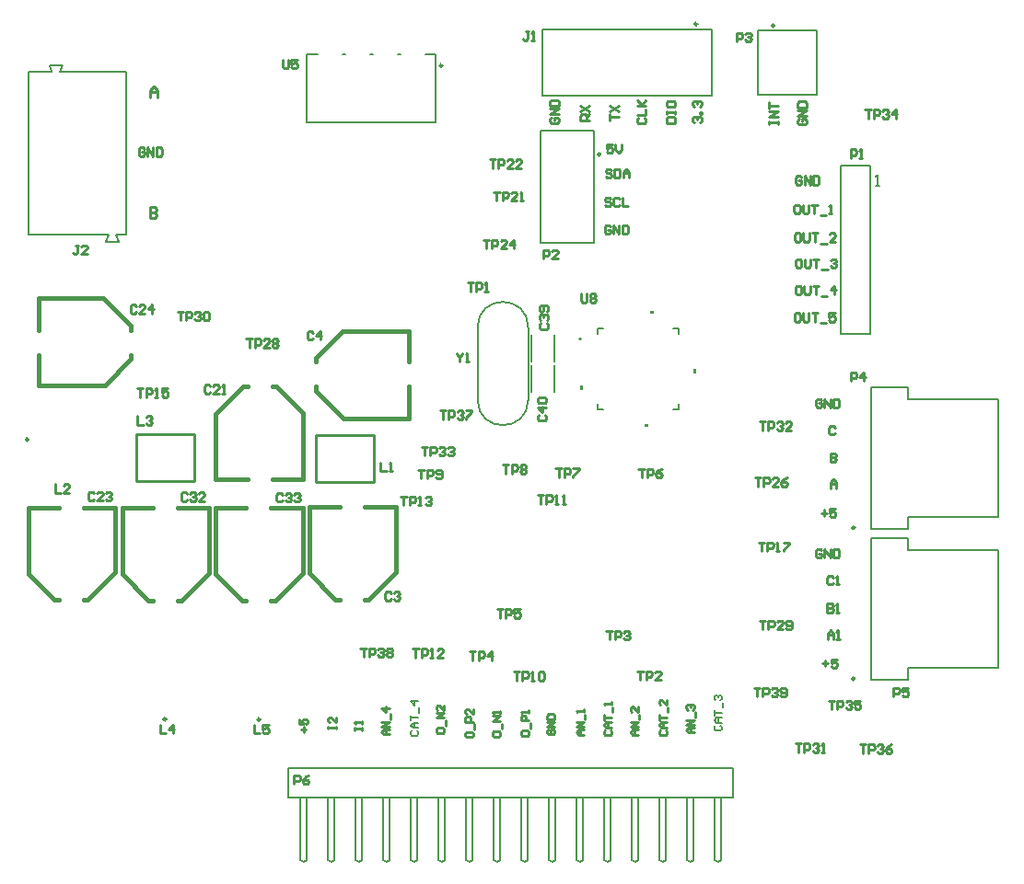
<source format=gbr>
%TF.GenerationSoftware,Altium Limited,Altium Designer,24.7.2 (38)*%
G04 Layer_Color=65535*
%FSLAX45Y45*%
%MOMM*%
%TF.SameCoordinates,313A2AA4-CFAA-4B56-AAC7-ADE98D6BBF51*%
%TF.FilePolarity,Positive*%
%TF.FileFunction,Legend,Top*%
%TF.Part,Single*%
G01*
G75*
%TA.AperFunction,NonConductor*%
%ADD61C,0.15240*%
%ADD62C,0.20000*%
%ADD63C,0.25000*%
%ADD64C,0.40000*%
%ADD65C,0.25400*%
G36*
X5162410Y3606550D02*
X5137010D01*
Y3568450D01*
X5162410D01*
Y3606550D01*
D02*
G37*
G36*
X5766550Y3252410D02*
X5728450D01*
Y3227010D01*
X5766550D01*
Y3252410D01*
D02*
G37*
G36*
X6182590Y3756550D02*
X6207990D01*
Y3718450D01*
X6182590D01*
Y3756550D01*
D02*
G37*
G36*
X5816550Y4272590D02*
X5778450D01*
Y4297990D01*
X5816550D01*
Y4272590D01*
D02*
G37*
D61*
X5145030Y4037500D02*
G03*
X5145030Y4037500I-7620J0D01*
G01*
X5300390Y4134610D02*
X5348986D01*
X5300390Y3390390D02*
X5348986D01*
X6044610D02*
Y3438986D01*
X5996014Y4134610D02*
X6044610D01*
X5300390Y4086014D02*
Y4134610D01*
Y3390390D02*
Y3438986D01*
X5996014Y3390390D02*
X6044610D01*
Y4086014D02*
Y4134610D01*
X7855000Y5442500D02*
X7888856D01*
X7871928D01*
Y5544067D01*
X7855000Y5527139D01*
D62*
X4660000Y4145000D02*
G03*
X4195000Y4145000I-232500J0D01*
G01*
Y3475000D02*
G03*
X4660000Y3475000I232500J0D01*
G01*
X7533000Y4081000D02*
Y5635000D01*
X7802000D01*
Y4081000D02*
Y5635000D01*
X7533000Y4081000D02*
X7802000D01*
X4690000Y3551893D02*
Y3793106D01*
X4905000Y3551893D02*
Y3793106D01*
X4690000Y3831894D02*
Y4073107D01*
X4905000Y3831894D02*
Y4073107D01*
X4195000Y3475000D02*
Y4145000D01*
X4660000Y3475000D02*
Y4145000D01*
X6769000Y6877500D02*
X7311000D01*
X6769000Y6282500D02*
Y6877500D01*
Y6282500D02*
X7311000D01*
Y6877500D01*
X5267500Y4920000D02*
Y5950000D01*
X4777500D02*
X5267500D01*
X4777500Y4920000D02*
Y5950000D01*
Y4920000D02*
X5267500D01*
X4788500Y6275000D02*
X6348500D01*
X4788500D02*
Y6885000D01*
X6348500D01*
Y6275000D02*
Y6885000D01*
X67500Y4992526D02*
X802500D01*
X872500D02*
X967500D01*
X872500D02*
X897479Y4932517D01*
X777479D02*
X897479D01*
X777479D02*
X802458Y4992526D01*
X352520Y6492526D02*
X377499Y6552535D01*
X257499D02*
X282478Y6492526D01*
X257499Y6552535D02*
X377499D01*
X352520Y6492526D02*
X967500D01*
X67499D02*
X282499D01*
X67499Y4992526D02*
Y6492526D01*
X967500Y4992526D02*
Y6492526D01*
X2626500Y6030000D02*
X3811500D01*
X2626500D02*
Y6655000D01*
X3715000D02*
X3811500D01*
X3461000D02*
X3485000D01*
X3207000D02*
X3231000D01*
X2953000D02*
X2977000D01*
X2626500D02*
X2723000D01*
X3811500Y6030000D02*
Y6655000D01*
X8155000Y3480000D02*
X8982500D01*
X8155000Y2400000D02*
X8982500D01*
X8155000Y3480000D02*
Y3592000D01*
Y2288000D02*
Y2400000D01*
X8982500D02*
Y3480000D01*
X7817500Y2288000D02*
X8155000D01*
X7817500D02*
Y3592000D01*
X8155000D01*
Y2090000D02*
X8982500D01*
X8155000Y1010000D02*
X8982500D01*
X8155000Y2090000D02*
Y2202000D01*
Y898000D02*
Y1010000D01*
X8982500D02*
Y2090000D01*
X7817500Y898000D02*
X8155000D01*
X7817500D02*
Y2202000D01*
X8155000D01*
X4373000Y-777000D02*
X4405000Y-757000D01*
X4341000D02*
X4373000Y-777000D01*
X4405000Y-757000D02*
Y-184500D01*
X4341000Y-757000D02*
Y-184500D01*
X4881000Y-777000D02*
X4913000Y-757000D01*
X4849000D02*
X4881000Y-777000D01*
X4913000Y-757000D02*
Y-184500D01*
X4849000Y-757000D02*
Y-184500D01*
X5103000Y-757000D02*
Y-184500D01*
X5167000Y-757000D02*
Y-184500D01*
X5103000Y-757000D02*
X5135000Y-777000D01*
X5167000Y-757000D01*
X5389000Y-777000D02*
X5421000Y-757000D01*
X5357000D02*
X5389000Y-777000D01*
X5421000Y-757000D02*
Y-184500D01*
X5357000Y-757000D02*
Y-184500D01*
X5897000Y-777000D02*
X5929000Y-757000D01*
X5865000D02*
X5897000Y-777000D01*
X5929000Y-757000D02*
Y-184500D01*
X5865000Y-757000D02*
Y-184500D01*
X6547000D02*
Y84500D01*
X2453000Y-184500D02*
X6547000D01*
X2453000D02*
Y84500D01*
X6547000D01*
X6373000Y-757000D02*
Y-184500D01*
X6437000Y-757000D02*
Y-184500D01*
X6373000Y-757000D02*
X6405000Y-777000D01*
X6437000Y-757000D01*
X6119000D02*
Y-184500D01*
X6183000Y-757000D02*
Y-184500D01*
X6119000Y-757000D02*
X6151000Y-777000D01*
X6183000Y-757000D01*
X5611000D02*
Y-184500D01*
X5675000Y-757000D02*
Y-184500D01*
X5611000Y-757000D02*
X5643000Y-777000D01*
X5675000Y-757000D01*
X4595000D02*
Y-184500D01*
X4659000Y-757000D02*
Y-184500D01*
X4595000Y-757000D02*
X4627000Y-777000D01*
X4659000Y-757000D01*
X4087000D02*
Y-184500D01*
X4151000Y-757000D02*
Y-184500D01*
X4087000Y-757000D02*
X4119000Y-777000D01*
X4151000Y-757000D01*
X3865000Y-777000D02*
X3897000Y-757000D01*
X3833000D02*
X3865000Y-777000D01*
X3897000Y-757000D02*
Y-184500D01*
X3833000Y-757000D02*
Y-184500D01*
X3611000Y-777000D02*
X3643000Y-757000D01*
X3579000D02*
X3611000Y-777000D01*
X3643000Y-757000D02*
Y-184500D01*
X3579000Y-757000D02*
Y-184500D01*
X3071000Y-757000D02*
Y-184500D01*
X3135000Y-757000D02*
Y-184500D01*
X3071000Y-757000D02*
X3103000Y-777000D01*
X3135000Y-757000D01*
X3325000D02*
Y-184500D01*
X3389000Y-757000D02*
Y-184500D01*
X3325000Y-757000D02*
X3357000Y-777000D01*
X3389000Y-757000D01*
X2849000Y-777000D02*
X2881000Y-757000D01*
X2817000D02*
X2849000Y-777000D01*
X2881000Y-757000D02*
Y-184500D01*
X2817000Y-757000D02*
Y-184500D01*
X2595000Y-777000D02*
X2627000Y-757000D01*
X2563000D02*
X2595000Y-777000D01*
X2627000Y-757000D02*
Y-184500D01*
X2563000Y-757000D02*
Y-184500D01*
X6382522Y479152D02*
X6370859Y467489D01*
Y444163D01*
X6382522Y432500D01*
X6429174D01*
X6440837Y444163D01*
Y467489D01*
X6429174Y479152D01*
X6440837Y502478D02*
X6394185D01*
X6370859Y525803D01*
X6394185Y549129D01*
X6440837D01*
X6405848D01*
Y502478D01*
X6370859Y572455D02*
Y619107D01*
Y595781D01*
X6440837D01*
X6452500Y642433D02*
Y689084D01*
X6382522Y712410D02*
X6370859Y724073D01*
Y747399D01*
X6382522Y759062D01*
X6394185D01*
X6405848Y747399D01*
Y735736D01*
Y747399D01*
X6417511Y759062D01*
X6429174D01*
X6440837Y747399D01*
Y724073D01*
X6429174Y712410D01*
X3590022Y431652D02*
X3578359Y419989D01*
Y396663D01*
X3590022Y385000D01*
X3636674D01*
X3648337Y396663D01*
Y419989D01*
X3636674Y431652D01*
X3648337Y454978D02*
X3601685D01*
X3578359Y478304D01*
X3601685Y501629D01*
X3648337D01*
X3613348D01*
Y454978D01*
X3578359Y524955D02*
Y571607D01*
Y548281D01*
X3648337D01*
X3660000Y594933D02*
Y641584D01*
X3648337Y699899D02*
X3578359D01*
X3613348Y664910D01*
Y711562D01*
D63*
X6925500Y6920000D02*
G03*
X6925500Y6920000I-12500J0D01*
G01*
X5325000Y5735000D02*
G03*
X5325000Y5735000I-12500J0D01*
G01*
X6216000Y6935000D02*
G03*
X6216000Y6935000I-12500J0D01*
G01*
X3871500Y6552500D02*
G03*
X3871500Y6552500I-12500J0D01*
G01*
X7662500Y2299000D02*
G03*
X7662500Y2299000I-12500J0D01*
G01*
Y909000D02*
G03*
X7662500Y909000I-12500J0D01*
G01*
X65823Y3110000D02*
G03*
X65823Y3110000I-12500J0D01*
G01*
X1332500Y535823D02*
G03*
X1332500Y535823I-12500J0D01*
G01*
X2197500Y533323D02*
G03*
X2197500Y533323I-12500J0D01*
G01*
D64*
X1009300Y3852600D02*
Y3890700D01*
X768000Y3611300D02*
X1009300Y3852600D01*
X158400Y3611300D02*
X768000D01*
X158400D02*
Y3890700D01*
Y4119300D02*
Y4411400D01*
X755300D02*
X1009300Y4157400D01*
X158400Y4411400D02*
X755300D01*
X1009300Y4119300D02*
Y4151050D01*
X2710700Y3826800D02*
Y3864900D01*
X2952000Y4106200D01*
X3561600D01*
Y3826800D02*
Y4106200D01*
Y3306100D02*
Y3598200D01*
X2710700Y3560100D02*
X2964700Y3306100D01*
X3561600D01*
X2710700Y3566450D02*
Y3598200D01*
X1167600Y1628200D02*
X1205700D01*
X926300Y1869500D02*
X1167600Y1628200D01*
X926300Y1869500D02*
Y2479100D01*
X1205700D01*
X1434300D02*
X1726400D01*
X1472400Y1628200D02*
X1726400Y1882200D01*
Y2479100D01*
X1434300Y1628200D02*
X1466050D01*
X2030100D02*
X2068200D01*
X1788800Y1869500D02*
X2030100Y1628200D01*
X1788800Y1869500D02*
Y2479100D01*
X2068200D01*
X2296800D02*
X2588900D01*
X2334900Y1628200D02*
X2588900Y1882200D01*
Y2479100D01*
X2296800Y1628200D02*
X2328550D01*
X3154300Y1635700D02*
X3186050D01*
X3446400Y1889700D02*
Y2486600D01*
X3192400Y1635700D02*
X3446400Y1889700D01*
X3154300Y2486600D02*
X3446400D01*
X2646300D02*
X2925700D01*
X2646300Y1877000D02*
Y2486600D01*
Y1877000D02*
X2887600Y1635700D01*
X2925700D01*
X2046450Y3596800D02*
X2078200D01*
X1786100Y2745900D02*
Y3342800D01*
X2040100Y3596800D01*
X1786100Y2745900D02*
X2078200D01*
X2306800D02*
X2586200D01*
Y3355500D01*
X2344900Y3596800D02*
X2586200Y3355500D01*
X2306800Y3596800D02*
X2344900D01*
X571800Y1633200D02*
X603550D01*
X863900Y1887200D02*
Y2484100D01*
X609900Y1633200D02*
X863900Y1887200D01*
X571800Y2484100D02*
X863900D01*
X63800D02*
X343200D01*
X63800Y1874500D02*
Y2484100D01*
Y1874500D02*
X305100Y1633200D01*
X343200D01*
D65*
X1009300Y4151050D02*
Y4157400D01*
X2710700Y3560100D02*
Y3566450D01*
X1466050Y1628200D02*
X1472400D01*
X2328550D02*
X2334900D01*
X3186050Y1635700D02*
X3192400D01*
X2710800Y2721600D02*
Y3153400D01*
X3244200Y2721600D02*
Y3153400D01*
X2710800Y2721600D02*
X3244200D01*
X2710800Y3153400D02*
X3244200D01*
X2040100Y3596800D02*
X2046450D01*
X603550Y1633200D02*
X609900D01*
X1055800Y3155900D02*
X1589200D01*
X1055800Y2724100D02*
X1589200D01*
Y3155900D01*
X1055800Y2724100D02*
Y3155900D01*
X7147887Y4276203D02*
X7121229D01*
X7107900Y4262874D01*
Y4209558D01*
X7121229Y4196229D01*
X7147887D01*
X7161216Y4209558D01*
Y4262874D01*
X7147887Y4276203D01*
X7187874D02*
Y4209558D01*
X7201203Y4196229D01*
X7227861D01*
X7241190Y4209558D01*
Y4276203D01*
X7267848D02*
X7321164D01*
X7294506D01*
Y4196229D01*
X7347822Y4182900D02*
X7401139D01*
X7481113Y4276203D02*
X7427797D01*
Y4236216D01*
X7454455Y4249545D01*
X7467784D01*
X7481113Y4236216D01*
Y4209558D01*
X7467784Y4196229D01*
X7441126D01*
X7427797Y4209558D01*
X7157887Y4526203D02*
X7131229D01*
X7117900Y4512874D01*
Y4459558D01*
X7131229Y4446229D01*
X7157887D01*
X7171216Y4459558D01*
Y4512874D01*
X7157887Y4526203D01*
X7197874D02*
Y4459558D01*
X7211203Y4446229D01*
X7237861D01*
X7251190Y4459558D01*
Y4526203D01*
X7277848D02*
X7331164D01*
X7304506D01*
Y4446229D01*
X7357822Y4432900D02*
X7411139D01*
X7477784Y4446229D02*
Y4526203D01*
X7437797Y4486216D01*
X7491113D01*
X7160662Y4771961D02*
X7134004D01*
X7120674Y4758632D01*
Y4705316D01*
X7134004Y4691987D01*
X7160662D01*
X7173990Y4705316D01*
Y4758632D01*
X7160662Y4771961D01*
X7200649D02*
Y4705316D01*
X7213978Y4691987D01*
X7240636D01*
X7253965Y4705316D01*
Y4771961D01*
X7280623D02*
X7333939D01*
X7307281D01*
Y4691987D01*
X7360597Y4678658D02*
X7413913D01*
X7440571Y4758632D02*
X7453900Y4771961D01*
X7480558D01*
X7493887Y4758632D01*
Y4745303D01*
X7480558Y4731974D01*
X7467229D01*
X7480558D01*
X7493887Y4718645D01*
Y4705316D01*
X7480558Y4691987D01*
X7453900D01*
X7440571Y4705316D01*
X7150662Y5009461D02*
X7124004D01*
X7110674Y4996132D01*
Y4942816D01*
X7124004Y4929487D01*
X7150662D01*
X7163990Y4942816D01*
Y4996132D01*
X7150662Y5009461D01*
X7190649D02*
Y4942816D01*
X7203978Y4929487D01*
X7230636D01*
X7243965Y4942816D01*
Y5009461D01*
X7270623D02*
X7323939D01*
X7297281D01*
Y4929487D01*
X7350597Y4916158D02*
X7403913D01*
X7483887Y4929487D02*
X7430571D01*
X7483887Y4982803D01*
Y4996132D01*
X7470558Y5009461D01*
X7443900D01*
X7430571Y4996132D01*
X7145387Y5271203D02*
X7118729D01*
X7105400Y5257874D01*
Y5204558D01*
X7118729Y5191229D01*
X7145387D01*
X7158716Y5204558D01*
Y5257874D01*
X7145387Y5271203D01*
X7185374D02*
Y5204558D01*
X7198703Y5191229D01*
X7225361D01*
X7238690Y5204558D01*
Y5271203D01*
X7265348D02*
X7318665D01*
X7292006D01*
Y5191229D01*
X7345323Y5177900D02*
X7398639D01*
X7425297Y5191229D02*
X7451955D01*
X7438626D01*
Y5271203D01*
X7425297Y5257874D01*
X6877126Y6012900D02*
Y6039558D01*
Y6026229D01*
X6957100D01*
Y6012900D01*
Y6039558D01*
Y6079545D02*
X6877126D01*
X6957100Y6132861D01*
X6877126D01*
Y6159520D02*
Y6212836D01*
Y6186178D01*
X6957100D01*
X7173716Y5522045D02*
X7160387Y5535374D01*
X7133729D01*
X7120400Y5522045D01*
Y5468729D01*
X7133729Y5455400D01*
X7160387D01*
X7173716Y5468729D01*
Y5495387D01*
X7147058D01*
X7200374Y5455400D02*
Y5535374D01*
X7253690Y5455400D01*
Y5535374D01*
X7280348D02*
Y5455400D01*
X7320336D01*
X7333665Y5468729D01*
Y5522045D01*
X7320336Y5535374D01*
X7280348D01*
X7150155Y6062353D02*
X7136826Y6049024D01*
Y6022366D01*
X7150155Y6009036D01*
X7203471D01*
X7216800Y6022366D01*
Y6049024D01*
X7203471Y6062353D01*
X7176813D01*
Y6035695D01*
X7216800Y6089011D02*
X7136826D01*
X7216800Y6142327D01*
X7136826D01*
Y6168985D02*
X7216800D01*
Y6208972D01*
X7203471Y6222301D01*
X7150155D01*
X7136826Y6208972D01*
Y6168985D01*
X6185437Y412900D02*
X6138785D01*
X6115459Y436226D01*
X6138785Y459552D01*
X6185437D01*
X6150448D01*
Y412900D01*
X6185437Y482878D02*
X6115459D01*
X6185437Y529529D01*
X6115459D01*
X6197100Y552855D02*
Y599507D01*
X6127122Y622833D02*
X6115459Y634496D01*
Y657821D01*
X6127122Y669484D01*
X6138785D01*
X6150448Y657821D01*
Y646158D01*
Y657821D01*
X6162111Y669484D01*
X6173774D01*
X6185437Y657821D01*
Y634496D01*
X6173774Y622833D01*
X3382937Y395400D02*
X3336285D01*
X3312960Y418726D01*
X3336285Y442052D01*
X3382937D01*
X3347948D01*
Y395400D01*
X3382937Y465378D02*
X3312960D01*
X3382937Y512029D01*
X3312960D01*
X3394600Y535355D02*
Y582007D01*
X3382937Y640321D02*
X3312960D01*
X3347948Y605333D01*
Y651984D01*
X5671396Y392900D02*
X5624744D01*
X5601419Y416226D01*
X5624744Y439552D01*
X5671396D01*
X5636407D01*
Y392900D01*
X5671396Y462878D02*
X5601419D01*
X5671396Y509529D01*
X5601419D01*
X5683059Y532855D02*
Y579507D01*
X5671396Y649484D02*
Y602833D01*
X5624744Y649484D01*
X5613081D01*
X5601419Y637821D01*
Y614496D01*
X5613081Y602833D01*
X5875781Y436913D02*
X5864118Y425250D01*
Y401924D01*
X5875781Y390261D01*
X5922433D01*
X5934096Y401924D01*
Y425250D01*
X5922433Y436913D01*
X5934096Y460238D02*
X5887444D01*
X5864118Y483564D01*
X5887444Y506890D01*
X5934096D01*
X5899107D01*
Y460238D01*
X5864118Y530216D02*
Y576868D01*
Y553542D01*
X5934096D01*
X5945758Y600193D02*
Y646845D01*
X5934096Y716823D02*
Y670171D01*
X5887444Y716823D01*
X5875781D01*
X5864118Y705160D01*
Y681834D01*
X5875781Y670171D01*
X5222100Y6050400D02*
X5142126D01*
Y6090387D01*
X5155455Y6103716D01*
X5182113D01*
X5195442Y6090387D01*
Y6050400D01*
Y6077058D02*
X5222100Y6103716D01*
X5142126Y6130374D02*
X5222100Y6183690D01*
X5142126D02*
X5222100Y6130374D01*
X5412126Y6050400D02*
Y6103716D01*
Y6077058D01*
X5492100D01*
X5412126Y6130374D02*
X5492100Y6183690D01*
X5412126D02*
X5492100Y6130374D01*
X5675454Y6071216D02*
X5662126Y6057888D01*
Y6031229D01*
X5675454Y6017900D01*
X5728771D01*
X5742100Y6031229D01*
Y6057888D01*
X5728771Y6071216D01*
X5662126Y6097875D02*
X5742100D01*
Y6151191D01*
X5662126Y6177849D02*
X5742100D01*
X5715442D01*
X5662126Y6231165D01*
X5702113Y6191178D01*
X5742100Y6231165D01*
X5932126Y6025400D02*
X6012100D01*
Y6065387D01*
X5998771Y6078716D01*
X5945455D01*
X5932126Y6065387D01*
Y6025400D01*
Y6105374D02*
Y6132032D01*
Y6118703D01*
X6012100D01*
Y6105374D01*
Y6132032D01*
X5932126Y6212007D02*
Y6185349D01*
X5945455Y6172019D01*
X5998771D01*
X6012100Y6185349D01*
Y6212007D01*
X5998771Y6225336D01*
X5945455D01*
X5932126Y6212007D01*
X4875455Y6076216D02*
X4862126Y6062887D01*
Y6036229D01*
X4875455Y6022900D01*
X4928771D01*
X4942100Y6036229D01*
Y6062887D01*
X4928771Y6076216D01*
X4902113D01*
Y6049558D01*
X4942100Y6102874D02*
X4862126D01*
X4942100Y6156190D01*
X4862126D01*
Y6182848D02*
X4942100D01*
Y6222836D01*
X4928771Y6236165D01*
X4875455D01*
X4862126Y6222836D01*
Y6182848D01*
X6187954Y6027900D02*
X6174625Y6041229D01*
Y6067888D01*
X6187954Y6081216D01*
X6201284D01*
X6214612Y6067888D01*
Y6054558D01*
Y6067888D01*
X6227942Y6081216D01*
X6241270D01*
X6254600Y6067888D01*
Y6041229D01*
X6241270Y6027900D01*
X6254600Y6107874D02*
X6241270D01*
Y6121204D01*
X6254600D01*
Y6107874D01*
X6187954Y6174520D02*
X6174625Y6187849D01*
Y6214507D01*
X6187954Y6227836D01*
X6201284D01*
X6214612Y6214507D01*
Y6201178D01*
Y6214507D01*
X6227942Y6227836D01*
X6241270D01*
X6254600Y6214507D01*
Y6187849D01*
X6241270Y6174520D01*
X5426216Y5587045D02*
X5412887Y5600374D01*
X5386229D01*
X5372900Y5587045D01*
Y5573716D01*
X5386229Y5560387D01*
X5412887D01*
X5426216Y5547058D01*
Y5533729D01*
X5412887Y5520400D01*
X5386229D01*
X5372900Y5533729D01*
X5452874Y5600374D02*
Y5520400D01*
X5492862D01*
X5506190Y5533729D01*
Y5587045D01*
X5492862Y5600374D01*
X5452874D01*
X5532848Y5520400D02*
Y5573716D01*
X5559507Y5600374D01*
X5586165Y5573716D01*
Y5520400D01*
Y5560387D01*
X5532848D01*
X5418716Y5324545D02*
X5405387Y5337874D01*
X5378729D01*
X5365400Y5324545D01*
Y5311216D01*
X5378729Y5297887D01*
X5405387D01*
X5418716Y5284558D01*
Y5271229D01*
X5405387Y5257900D01*
X5378729D01*
X5365400Y5271229D01*
X5498690Y5324545D02*
X5485361Y5337874D01*
X5458703D01*
X5445374Y5324545D01*
Y5271229D01*
X5458703Y5257900D01*
X5485361D01*
X5498690Y5271229D01*
X5525348Y5337874D02*
Y5257900D01*
X5578664D01*
X1133716Y5784545D02*
X1120387Y5797874D01*
X1093729D01*
X1080400Y5784545D01*
Y5731229D01*
X1093729Y5717900D01*
X1120387D01*
X1133716Y5731229D01*
Y5757887D01*
X1107058D01*
X1160374Y5717900D02*
Y5797874D01*
X1213690Y5717900D01*
Y5797874D01*
X1240348D02*
Y5717900D01*
X1280336D01*
X1293664Y5731229D01*
Y5784545D01*
X1280336Y5797874D01*
X1240348D01*
X1180400Y5250368D02*
Y5150400D01*
X1230384D01*
X1247045Y5167061D01*
Y5183722D01*
X1230384Y5200384D01*
X1180400D01*
X1230384D01*
X1247045Y5217045D01*
Y5233706D01*
X1230384Y5250368D01*
X1180400D01*
X1187900Y6260400D02*
Y6327045D01*
X1221223Y6360368D01*
X1254545Y6327045D01*
Y6260400D01*
Y6310384D01*
X1187900D01*
X5436216Y5827874D02*
X5382900D01*
Y5787887D01*
X5409558Y5801216D01*
X5422887D01*
X5436216Y5787887D01*
Y5761229D01*
X5422887Y5747900D01*
X5396229D01*
X5382900Y5761229D01*
X5462874Y5827874D02*
Y5774558D01*
X5489532Y5747900D01*
X5516190Y5774558D01*
Y5827874D01*
X5417369Y5068824D02*
X5404040Y5082153D01*
X5377382D01*
X5364053Y5068824D01*
Y5015508D01*
X5377382Y5002179D01*
X5404040D01*
X5417369Y5015508D01*
Y5042166D01*
X5390711D01*
X5444027Y5002179D02*
Y5082153D01*
X5497343Y5002179D01*
Y5082153D01*
X5524001D02*
Y5002179D01*
X5563988D01*
X5577317Y5015508D01*
Y5068824D01*
X5563988Y5082153D01*
X5524001D01*
X7463716Y1842045D02*
X7450387Y1855374D01*
X7423729D01*
X7410400Y1842045D01*
Y1788729D01*
X7423729Y1775400D01*
X7450387D01*
X7463716Y1788729D01*
X7490374Y1775400D02*
X7517032D01*
X7503703D01*
Y1855374D01*
X7490374Y1842045D01*
X7410400Y1600374D02*
Y1520400D01*
X7450387D01*
X7463716Y1533729D01*
Y1547058D01*
X7450387Y1560387D01*
X7410400D01*
X7450387D01*
X7463716Y1573716D01*
Y1587045D01*
X7450387Y1600374D01*
X7410400D01*
X7490374Y1520400D02*
X7517032D01*
X7503703D01*
Y1600374D01*
X7490374Y1587045D01*
X7415400Y1272900D02*
Y1326216D01*
X7442058Y1352874D01*
X7468716Y1326216D01*
Y1272900D01*
Y1312887D01*
X7415400D01*
X7495374Y1272900D02*
X7522032D01*
X7508703D01*
Y1352874D01*
X7495374Y1339545D01*
X7481216Y3222045D02*
X7467887Y3235374D01*
X7441229D01*
X7427900Y3222045D01*
Y3168729D01*
X7441229Y3155400D01*
X7467887D01*
X7481216Y3168729D01*
X7437900Y2985374D02*
Y2905400D01*
X7477887D01*
X7491216Y2918729D01*
Y2932058D01*
X7477887Y2945387D01*
X7437900D01*
X7477887D01*
X7491216Y2958716D01*
Y2972045D01*
X7477887Y2985374D01*
X7437900D01*
X7440400Y2662900D02*
Y2716216D01*
X7467058Y2742874D01*
X7493716Y2716216D01*
Y2662900D01*
Y2702887D01*
X7440400D01*
X5172937Y392900D02*
X5126285D01*
X5102960Y416226D01*
X5126285Y439552D01*
X5172937D01*
X5137948D01*
Y392900D01*
X5172937Y462877D02*
X5102960D01*
X5172937Y509529D01*
X5102960D01*
X5184600Y532855D02*
Y579507D01*
X5172937Y602832D02*
Y626158D01*
Y614495D01*
X5102960D01*
X5114622Y602832D01*
X5367123Y437052D02*
X5355460Y425389D01*
Y402063D01*
X5367123Y390400D01*
X5413774D01*
X5425437Y402063D01*
Y425389D01*
X5413774Y437052D01*
X5425437Y460378D02*
X5378786D01*
X5355460Y483703D01*
X5378786Y507029D01*
X5425437D01*
X5390448D01*
Y460378D01*
X5355460Y530355D02*
Y577007D01*
Y553681D01*
X5425437D01*
X5437100Y600333D02*
Y646984D01*
X5425437Y670310D02*
Y693636D01*
Y681973D01*
X5355460D01*
X5367123Y670310D01*
X4332959Y412889D02*
Y389563D01*
X4344622Y377900D01*
X4391274D01*
X4402937Y389563D01*
Y412889D01*
X4391274Y424552D01*
X4344622D01*
X4332959Y412889D01*
X4414600Y447878D02*
Y494529D01*
X4402937Y517855D02*
X4332959D01*
X4402937Y564507D01*
X4332959D01*
X4402937Y587833D02*
Y611159D01*
Y599496D01*
X4332959D01*
X4344622Y587833D01*
X4595460Y417889D02*
Y394563D01*
X4607123Y382900D01*
X4653774D01*
X4665437Y394563D01*
Y417889D01*
X4653774Y429552D01*
X4607123D01*
X4595460Y417889D01*
X4677100Y452877D02*
Y499529D01*
X4665437Y522855D02*
X4595460D01*
Y557844D01*
X4607123Y569507D01*
X4630448D01*
X4642111Y557844D01*
Y522855D01*
X4665437Y592832D02*
Y616158D01*
Y604495D01*
X4595460D01*
X4607123Y592832D01*
X4082960Y407889D02*
Y384563D01*
X4094622Y372900D01*
X4141274D01*
X4152937Y384563D01*
Y407889D01*
X4141274Y419552D01*
X4094622D01*
X4082960Y407889D01*
X4164600Y442877D02*
Y489529D01*
X4152937Y512855D02*
X4082960D01*
Y547844D01*
X4094622Y559507D01*
X4117948D01*
X4129611Y547844D01*
Y512855D01*
X4152937Y629484D02*
Y582832D01*
X4106285Y629484D01*
X4094622D01*
X4082960Y617821D01*
Y594495D01*
X4094622Y582832D01*
X3817960Y442889D02*
Y419563D01*
X3829623Y407900D01*
X3876274D01*
X3887937Y419563D01*
Y442889D01*
X3876274Y454552D01*
X3829623D01*
X3817960Y442889D01*
X3899600Y477878D02*
Y524529D01*
X3887937Y547855D02*
X3817960D01*
X3887937Y594507D01*
X3817960D01*
X3887937Y664484D02*
Y617833D01*
X3841285Y664484D01*
X3829623D01*
X3817960Y652821D01*
Y629496D01*
X3829623Y617833D01*
X3059623Y435400D02*
Y458726D01*
Y447063D01*
X3129600D01*
Y435400D01*
Y458726D01*
Y493715D02*
Y517040D01*
Y505377D01*
X3059623D01*
X3071285Y493715D01*
X4846285Y442052D02*
X4834622Y430389D01*
Y407063D01*
X4846285Y395400D01*
X4892937D01*
X4904600Y407063D01*
Y430389D01*
X4892937Y442052D01*
X4869611D01*
Y418726D01*
X4904600Y465378D02*
X4834622D01*
X4904600Y512029D01*
X4834622D01*
Y535355D02*
X4904600D01*
Y570344D01*
X4892937Y582007D01*
X4846285D01*
X4834622Y570344D01*
Y535355D01*
X7358716Y2089545D02*
X7345387Y2102874D01*
X7318729D01*
X7305400Y2089545D01*
Y2036229D01*
X7318729Y2022900D01*
X7345387D01*
X7358716Y2036229D01*
Y2062887D01*
X7332058D01*
X7385374Y2022900D02*
Y2102874D01*
X7438690Y2022900D01*
Y2102874D01*
X7465348D02*
Y2022900D01*
X7505336D01*
X7518664Y2036229D01*
Y2089545D01*
X7505336Y2102874D01*
X7465348D01*
X7358716Y3472045D02*
X7345387Y3485374D01*
X7318729D01*
X7305400Y3472045D01*
Y3418729D01*
X7318729Y3405400D01*
X7345387D01*
X7358716Y3418729D01*
Y3445387D01*
X7332058D01*
X7385374Y3405400D02*
Y3485374D01*
X7438690Y3405400D01*
Y3485374D01*
X7465348D02*
Y3405400D01*
X7505336D01*
X7518664Y3418729D01*
Y3472045D01*
X7505336Y3485374D01*
X7465348D01*
X7352900Y2435387D02*
X7406216D01*
X7379558Y2462045D02*
Y2408729D01*
X7486190Y2475374D02*
X7432874D01*
Y2435387D01*
X7459532Y2448716D01*
X7472861D01*
X7486190Y2435387D01*
Y2408729D01*
X7472861Y2395400D01*
X7446203D01*
X7432874Y2408729D01*
X7366584Y1048679D02*
X7419900D01*
X7393242Y1075337D02*
Y1022021D01*
X7499874Y1088666D02*
X7446558D01*
Y1048679D01*
X7473216Y1062008D01*
X7486545D01*
X7499874Y1048679D01*
Y1022021D01*
X7486545Y1008691D01*
X7459887D01*
X7446558Y1022021D01*
X2594611Y420400D02*
Y467051D01*
X2571285Y443726D02*
X2617937D01*
X2559622Y537029D02*
Y490377D01*
X2594611D01*
X2582948Y513703D01*
Y525366D01*
X2594611Y537029D01*
X2617937D01*
X2629600Y525366D01*
Y502040D01*
X2617937Y490377D01*
X2822122Y447900D02*
Y471226D01*
Y459563D01*
X2892100D01*
Y447900D01*
Y471226D01*
Y552866D02*
Y506214D01*
X2845448Y552866D01*
X2833785D01*
X2822122Y541203D01*
Y517877D01*
X2833785Y506214D01*
X2681671Y4094158D02*
X2668342Y4107487D01*
X2641684D01*
X2628355Y4094158D01*
Y4040842D01*
X2641684Y4027513D01*
X2668342D01*
X2681671Y4040842D01*
X2748316Y4027513D02*
Y4107487D01*
X2708329Y4067500D01*
X2761645D01*
X4004184Y3907487D02*
Y3894158D01*
X4030842Y3867500D01*
X4057500Y3894158D01*
Y3907487D01*
X4030842Y3867500D02*
Y3827513D01*
X4084158D02*
X4110816D01*
X4097487D01*
Y3907487D01*
X4084158Y3894158D01*
X5147580Y4453614D02*
Y4386969D01*
X5160909Y4373640D01*
X5187567D01*
X5200896Y4386969D01*
Y4453614D01*
X5227554Y4440286D02*
X5240883Y4453614D01*
X5267541D01*
X5280870Y4440286D01*
Y4426956D01*
X5267541Y4413627D01*
X5280870Y4400298D01*
Y4386969D01*
X5267541Y4373640D01*
X5240883D01*
X5227554Y4386969D01*
Y4400298D01*
X5240883Y4413627D01*
X5227554Y4426956D01*
Y4440286D01*
X5240883Y4413627D02*
X5267541D01*
X2403355Y6604987D02*
Y6538342D01*
X2416684Y6525013D01*
X2443342D01*
X2456671Y6538342D01*
Y6604987D01*
X2536645D02*
X2483329D01*
Y6565000D01*
X2509987Y6578329D01*
X2523316D01*
X2536645Y6565000D01*
Y6538342D01*
X2523316Y6525013D01*
X2496658D01*
X2483329Y6538342D01*
X6737620Y823954D02*
X6790936D01*
X6764278D01*
Y743980D01*
X6817594D02*
Y823954D01*
X6857581D01*
X6870910Y810626D01*
Y783967D01*
X6857581Y770638D01*
X6817594D01*
X6897568Y810626D02*
X6910898Y823954D01*
X6937556D01*
X6950884Y810626D01*
Y797296D01*
X6937556Y783967D01*
X6924226D01*
X6937556D01*
X6950884Y770638D01*
Y757309D01*
X6937556Y743980D01*
X6910898D01*
X6897568Y757309D01*
X6977543D02*
X6990872Y743980D01*
X7017530D01*
X7030859Y757309D01*
Y810626D01*
X7017530Y823954D01*
X6990872D01*
X6977543Y810626D01*
Y797296D01*
X6990872Y783967D01*
X7030859D01*
X3118381Y1189987D02*
X3171697D01*
X3145039D01*
Y1110013D01*
X3198355D02*
Y1189987D01*
X3238342D01*
X3251671Y1176659D01*
Y1150000D01*
X3238342Y1136671D01*
X3198355D01*
X3278329Y1176659D02*
X3291658Y1189987D01*
X3318316D01*
X3331645Y1176659D01*
Y1163329D01*
X3318316Y1150000D01*
X3304987D01*
X3318316D01*
X3331645Y1136671D01*
Y1123342D01*
X3318316Y1110013D01*
X3291658D01*
X3278329Y1123342D01*
X3358303Y1176659D02*
X3371633Y1189987D01*
X3398291D01*
X3411620Y1176659D01*
Y1163329D01*
X3398291Y1150000D01*
X3411620Y1136671D01*
Y1123342D01*
X3398291Y1110013D01*
X3371633D01*
X3358303Y1123342D01*
Y1136671D01*
X3371633Y1150000D01*
X3358303Y1163329D01*
Y1176659D01*
X3371633Y1150000D02*
X3398291D01*
X3848381Y3377487D02*
X3901697D01*
X3875039D01*
Y3297513D01*
X3928355D02*
Y3377487D01*
X3968342D01*
X3981671Y3364158D01*
Y3337500D01*
X3968342Y3324171D01*
X3928355D01*
X4008329Y3364158D02*
X4021658Y3377487D01*
X4048316D01*
X4061645Y3364158D01*
Y3350829D01*
X4048316Y3337500D01*
X4034987D01*
X4048316D01*
X4061645Y3324171D01*
Y3310842D01*
X4048316Y3297513D01*
X4021658D01*
X4008329Y3310842D01*
X4088303Y3377487D02*
X4141619D01*
Y3364158D01*
X4088303Y3310842D01*
Y3297513D01*
X7710881Y304987D02*
X7764197D01*
X7737539D01*
Y225013D01*
X7790855D02*
Y304987D01*
X7830842D01*
X7844171Y291658D01*
Y265000D01*
X7830842Y251671D01*
X7790855D01*
X7870829Y291658D02*
X7884158Y304987D01*
X7910816D01*
X7924145Y291658D01*
Y278329D01*
X7910816Y265000D01*
X7897487D01*
X7910816D01*
X7924145Y251671D01*
Y238342D01*
X7910816Y225013D01*
X7884158D01*
X7870829Y238342D01*
X8004119Y304987D02*
X7977461Y291658D01*
X7950803Y265000D01*
Y238342D01*
X7964132Y225013D01*
X7990790D01*
X8004119Y238342D01*
Y251671D01*
X7990790Y265000D01*
X7950803D01*
X7420881Y707487D02*
X7474197D01*
X7447539D01*
Y627513D01*
X7500855D02*
Y707487D01*
X7540842D01*
X7554171Y694158D01*
Y667500D01*
X7540842Y654171D01*
X7500855D01*
X7580829Y694158D02*
X7594158Y707487D01*
X7620816D01*
X7634145Y694158D01*
Y680829D01*
X7620816Y667500D01*
X7607487D01*
X7620816D01*
X7634145Y654171D01*
Y640842D01*
X7620816Y627513D01*
X7594158D01*
X7580829Y640842D01*
X7714119Y707487D02*
X7660803D01*
Y667500D01*
X7687461Y680829D01*
X7700791D01*
X7714119Y667500D01*
Y640842D01*
X7700791Y627513D01*
X7674132D01*
X7660803Y640842D01*
X7758381Y6147487D02*
X7811697D01*
X7785039D01*
Y6067513D01*
X7838355D02*
Y6147487D01*
X7878342D01*
X7891671Y6134158D01*
Y6107500D01*
X7878342Y6094171D01*
X7838355D01*
X7918329Y6134158D02*
X7931659Y6147487D01*
X7958317D01*
X7971645Y6134158D01*
Y6120829D01*
X7958317Y6107500D01*
X7944987D01*
X7958317D01*
X7971645Y6094171D01*
Y6080842D01*
X7958317Y6067513D01*
X7931659D01*
X7918329Y6080842D01*
X8038291Y6067513D02*
Y6147487D01*
X7998304Y6107500D01*
X8051620D01*
X3680881Y3042487D02*
X3734197D01*
X3707539D01*
Y2962513D01*
X3760855D02*
Y3042487D01*
X3800842D01*
X3814171Y3029158D01*
Y3002500D01*
X3800842Y2989171D01*
X3760855D01*
X3840829Y3029158D02*
X3854158Y3042487D01*
X3880816D01*
X3894145Y3029158D01*
Y3015829D01*
X3880816Y3002500D01*
X3867487D01*
X3880816D01*
X3894145Y2989171D01*
Y2975842D01*
X3880816Y2962513D01*
X3854158D01*
X3840829Y2975842D01*
X3920803Y3029158D02*
X3934133Y3042487D01*
X3960791D01*
X3974120Y3029158D01*
Y3015829D01*
X3960791Y3002500D01*
X3947461D01*
X3960791D01*
X3974120Y2989171D01*
Y2975842D01*
X3960791Y2962513D01*
X3934133D01*
X3920803Y2975842D01*
X6785881Y3274987D02*
X6839197D01*
X6812539D01*
Y3195013D01*
X6865855D02*
Y3274987D01*
X6905842D01*
X6919171Y3261658D01*
Y3235000D01*
X6905842Y3221671D01*
X6865855D01*
X6945829Y3261658D02*
X6959158Y3274987D01*
X6985816D01*
X6999145Y3261658D01*
Y3248329D01*
X6985816Y3235000D01*
X6972487D01*
X6985816D01*
X6999145Y3221671D01*
Y3208342D01*
X6985816Y3195013D01*
X6959158D01*
X6945829Y3208342D01*
X7079119Y3195013D02*
X7025803D01*
X7079119Y3248329D01*
Y3261658D01*
X7065791Y3274987D01*
X7039132D01*
X7025803Y3261658D01*
X7116710Y312487D02*
X7170026D01*
X7143368D01*
Y232513D01*
X7196684D02*
Y312487D01*
X7236671D01*
X7250000Y299158D01*
Y272500D01*
X7236671Y259171D01*
X7196684D01*
X7276658Y299158D02*
X7289987Y312487D01*
X7316645D01*
X7329974Y299158D01*
Y285829D01*
X7316645Y272500D01*
X7303316D01*
X7316645D01*
X7329974Y259171D01*
Y245842D01*
X7316645Y232513D01*
X7289987D01*
X7276658Y245842D01*
X7356632Y232513D02*
X7383290D01*
X7369961D01*
Y312487D01*
X7356632Y299158D01*
X1434100Y4285974D02*
X1487416D01*
X1460758D01*
Y4206000D01*
X1514074D02*
Y4285974D01*
X1554061D01*
X1567390Y4272646D01*
Y4245987D01*
X1554061Y4232658D01*
X1514074D01*
X1594048Y4272646D02*
X1607378Y4285974D01*
X1634036D01*
X1647364Y4272646D01*
Y4259316D01*
X1634036Y4245987D01*
X1620706D01*
X1634036D01*
X1647364Y4232658D01*
Y4219329D01*
X1634036Y4206000D01*
X1607378D01*
X1594048Y4219329D01*
X1674023Y4272646D02*
X1687352Y4285974D01*
X1714010D01*
X1727339Y4272646D01*
Y4219329D01*
X1714010Y4206000D01*
X1687352D01*
X1674023Y4219329D01*
Y4272646D01*
X6788381Y1442487D02*
X6841697D01*
X6815039D01*
Y1362513D01*
X6868355D02*
Y1442487D01*
X6908342D01*
X6921671Y1429158D01*
Y1402500D01*
X6908342Y1389171D01*
X6868355D01*
X7001645Y1362513D02*
X6948329D01*
X7001645Y1415829D01*
Y1429158D01*
X6988316Y1442487D01*
X6961658D01*
X6948329Y1429158D01*
X7028303Y1375842D02*
X7041633Y1362513D01*
X7068291D01*
X7081620Y1375842D01*
Y1429158D01*
X7068291Y1442487D01*
X7041633D01*
X7028303Y1429158D01*
Y1415829D01*
X7041633Y1402500D01*
X7081620D01*
X2068381Y4037487D02*
X2121697D01*
X2095039D01*
Y3957513D01*
X2148355D02*
Y4037487D01*
X2188342D01*
X2201671Y4024158D01*
Y3997500D01*
X2188342Y3984171D01*
X2148355D01*
X2281645Y3957513D02*
X2228329D01*
X2281645Y4010829D01*
Y4024158D01*
X2268316Y4037487D01*
X2241658D01*
X2228329Y4024158D01*
X2308303D02*
X2321632Y4037487D01*
X2348290D01*
X2361619Y4024158D01*
Y4010829D01*
X2348290Y3997500D01*
X2361619Y3984171D01*
Y3970842D01*
X2348290Y3957513D01*
X2321632D01*
X2308303Y3970842D01*
Y3984171D01*
X2321632Y3997500D01*
X2308303Y4010829D01*
Y4024158D01*
X2321632Y3997500D02*
X2348290D01*
X6745881Y2759987D02*
X6799197D01*
X6772539D01*
Y2680013D01*
X6825855D02*
Y2759987D01*
X6865842D01*
X6879171Y2746658D01*
Y2720000D01*
X6865842Y2706671D01*
X6825855D01*
X6959145Y2680013D02*
X6905829D01*
X6959145Y2733329D01*
Y2746658D01*
X6945816Y2759987D01*
X6919158D01*
X6905829Y2746658D01*
X7039119Y2759987D02*
X7012461Y2746658D01*
X6985803Y2720000D01*
Y2693342D01*
X6999132Y2680013D01*
X7025790D01*
X7039119Y2693342D01*
Y2706671D01*
X7025790Y2720000D01*
X6985803D01*
X4245881Y4947487D02*
X4299197D01*
X4272539D01*
Y4867513D01*
X4325855D02*
Y4947487D01*
X4365842D01*
X4379171Y4934158D01*
Y4907500D01*
X4365842Y4894171D01*
X4325855D01*
X4459145Y4867513D02*
X4405829D01*
X4459145Y4920829D01*
Y4934158D01*
X4445816Y4947487D01*
X4419158D01*
X4405829Y4934158D01*
X4525791Y4867513D02*
Y4947487D01*
X4485803Y4907500D01*
X4539119D01*
X4305881Y5689987D02*
X4359197D01*
X4332539D01*
Y5610013D01*
X4385855D02*
Y5689987D01*
X4425842D01*
X4439171Y5676658D01*
Y5650000D01*
X4425842Y5636671D01*
X4385855D01*
X4519145Y5610013D02*
X4465829D01*
X4519145Y5663329D01*
Y5676658D01*
X4505816Y5689987D01*
X4479158D01*
X4465829Y5676658D01*
X4599120Y5610013D02*
X4545803D01*
X4599120Y5663329D01*
Y5676658D01*
X4585791Y5689987D01*
X4559133D01*
X4545803Y5676658D01*
X4344210Y5389987D02*
X4397526D01*
X4370868D01*
Y5310013D01*
X4424184D02*
Y5389987D01*
X4464171D01*
X4477500Y5376658D01*
Y5350000D01*
X4464171Y5336671D01*
X4424184D01*
X4557474Y5310013D02*
X4504158D01*
X4557474Y5363329D01*
Y5376658D01*
X4544145Y5389987D01*
X4517487D01*
X4504158Y5376658D01*
X4584132Y5310013D02*
X4610790D01*
X4597461D01*
Y5389987D01*
X4584132Y5376658D01*
X6780045Y2162487D02*
X6833361D01*
X6806703D01*
Y2082513D01*
X6860019D02*
Y2162487D01*
X6900007D01*
X6913335Y2149158D01*
Y2122500D01*
X6900007Y2109171D01*
X6860019D01*
X6939993Y2082513D02*
X6966652D01*
X6953323D01*
Y2162487D01*
X6939993Y2149158D01*
X7006639Y2162487D02*
X7059955D01*
Y2149158D01*
X7006639Y2095842D01*
Y2082513D01*
X1067227Y3581926D02*
X1120543D01*
X1093885D01*
Y3501952D01*
X1147201D02*
Y3581926D01*
X1187189D01*
X1200518Y3568597D01*
Y3541939D01*
X1187189Y3528610D01*
X1147201D01*
X1227176Y3501952D02*
X1253834D01*
X1240505D01*
Y3581926D01*
X1227176Y3568597D01*
X1347137Y3581926D02*
X1293821D01*
Y3541939D01*
X1320479Y3555268D01*
X1333808D01*
X1347137Y3541939D01*
Y3515281D01*
X1333808Y3501952D01*
X1307150D01*
X1293821Y3515281D01*
X3490045Y2584987D02*
X3543361D01*
X3516703D01*
Y2505013D01*
X3570020D02*
Y2584987D01*
X3610007D01*
X3623336Y2571658D01*
Y2545000D01*
X3610007Y2531671D01*
X3570020D01*
X3649994Y2505013D02*
X3676652D01*
X3663323D01*
Y2584987D01*
X3649994Y2571658D01*
X3716639D02*
X3729968Y2584987D01*
X3756626D01*
X3769955Y2571658D01*
Y2558329D01*
X3756626Y2545000D01*
X3743297D01*
X3756626D01*
X3769955Y2531671D01*
Y2518342D01*
X3756626Y2505013D01*
X3729968D01*
X3716639Y2518342D01*
X3600045Y1184987D02*
X3653361D01*
X3626703D01*
Y1105013D01*
X3680019D02*
Y1184987D01*
X3720007D01*
X3733335Y1171658D01*
Y1145000D01*
X3720007Y1131671D01*
X3680019D01*
X3759993Y1105013D02*
X3786652D01*
X3773323D01*
Y1184987D01*
X3759993Y1171658D01*
X3879955Y1105013D02*
X3826639D01*
X3879955Y1158329D01*
Y1171658D01*
X3866626Y1184987D01*
X3839968D01*
X3826639Y1171658D01*
X4748375Y2597487D02*
X4801691D01*
X4775033D01*
Y2517513D01*
X4828349D02*
Y2597487D01*
X4868336D01*
X4881665Y2584158D01*
Y2557500D01*
X4868336Y2544171D01*
X4828349D01*
X4908323Y2517513D02*
X4934981D01*
X4921652D01*
Y2597487D01*
X4908323Y2584158D01*
X4974968Y2517513D02*
X5001626D01*
X4988297D01*
Y2597487D01*
X4974968Y2584158D01*
X4527279Y971221D02*
X4580595D01*
X4553937D01*
Y891247D01*
X4607253D02*
Y971221D01*
X4647240D01*
X4660569Y957892D01*
Y931234D01*
X4647240Y917905D01*
X4607253D01*
X4687227Y891247D02*
X4713885D01*
X4700556D01*
Y971221D01*
X4687227Y957892D01*
X4753872D02*
X4767202Y971221D01*
X4793860D01*
X4807189Y957892D01*
Y904576D01*
X4793860Y891247D01*
X4767202D01*
X4753872Y904576D01*
Y957892D01*
X3650868Y2831643D02*
X3704184D01*
X3677526D01*
Y2751668D01*
X3730842D02*
Y2831643D01*
X3770829D01*
X3784158Y2818314D01*
Y2791656D01*
X3770829Y2778326D01*
X3730842D01*
X3810816Y2764998D02*
X3824145Y2751668D01*
X3850803D01*
X3864132Y2764998D01*
Y2818314D01*
X3850803Y2831643D01*
X3824145D01*
X3810816Y2818314D01*
Y2804984D01*
X3824145Y2791656D01*
X3864132D01*
X4428368Y2877487D02*
X4481684D01*
X4455026D01*
Y2797513D01*
X4508342D02*
Y2877487D01*
X4548329D01*
X4561658Y2864158D01*
Y2837500D01*
X4548329Y2824171D01*
X4508342D01*
X4588316Y2864158D02*
X4601645Y2877487D01*
X4628303D01*
X4641632Y2864158D01*
Y2850829D01*
X4628303Y2837500D01*
X4641632Y2824171D01*
Y2810842D01*
X4628303Y2797513D01*
X4601645D01*
X4588316Y2810842D01*
Y2824171D01*
X4601645Y2837500D01*
X4588316Y2850829D01*
Y2864158D01*
X4601645Y2837500D02*
X4628303D01*
X4913368Y2844987D02*
X4966684D01*
X4940026D01*
Y2765013D01*
X4993342D02*
Y2844987D01*
X5033330D01*
X5046658Y2831658D01*
Y2805000D01*
X5033330Y2791671D01*
X4993342D01*
X5073316Y2844987D02*
X5126633D01*
Y2831658D01*
X5073316Y2778342D01*
Y2765013D01*
X5674618Y2841237D02*
X5727934D01*
X5701276D01*
Y2761263D01*
X5754593D02*
Y2841237D01*
X5794580D01*
X5807909Y2827908D01*
Y2801250D01*
X5794580Y2787921D01*
X5754593D01*
X5887883Y2841237D02*
X5861225Y2827908D01*
X5834567Y2801250D01*
Y2774592D01*
X5847896Y2761263D01*
X5874554D01*
X5887883Y2774592D01*
Y2787921D01*
X5874554Y2801250D01*
X5834567D01*
X4372093Y1550087D02*
X4425409D01*
X4398751D01*
Y1470113D01*
X4452068D02*
Y1550087D01*
X4492055D01*
X4505384Y1536758D01*
Y1510100D01*
X4492055Y1496771D01*
X4452068D01*
X4585358Y1550087D02*
X4532042D01*
Y1510100D01*
X4558700Y1523429D01*
X4572029D01*
X4585358Y1510100D01*
Y1483442D01*
X4572029Y1470113D01*
X4545371D01*
X4532042Y1483442D01*
X4123368Y1157487D02*
X4176684D01*
X4150026D01*
Y1077513D01*
X4203342D02*
Y1157487D01*
X4243329D01*
X4256658Y1144158D01*
Y1117500D01*
X4243329Y1104171D01*
X4203342D01*
X4323303Y1077513D02*
Y1157487D01*
X4283316Y1117500D01*
X4336632D01*
X5378367Y1347479D02*
X5431684D01*
X5405026D01*
Y1267505D01*
X5458342D02*
Y1347479D01*
X5498329D01*
X5511658Y1334150D01*
Y1307492D01*
X5498329Y1294163D01*
X5458342D01*
X5538316Y1334150D02*
X5551645Y1347479D01*
X5578303D01*
X5591632Y1334150D01*
Y1320821D01*
X5578303Y1307492D01*
X5564974D01*
X5578303D01*
X5591632Y1294163D01*
Y1280834D01*
X5578303Y1267505D01*
X5551645D01*
X5538316Y1280834D01*
X5665868Y977487D02*
X5719184D01*
X5692526D01*
Y897513D01*
X5745842D02*
Y977487D01*
X5785829D01*
X5799158Y964158D01*
Y937500D01*
X5785829Y924171D01*
X5745842D01*
X5879132Y897513D02*
X5825816D01*
X5879132Y950829D01*
Y964158D01*
X5865803Y977487D01*
X5839145D01*
X5825816Y964158D01*
X4101697Y4552487D02*
X4155013D01*
X4128355D01*
Y4472513D01*
X4181671D02*
Y4552487D01*
X4221658D01*
X4234987Y4539158D01*
Y4512500D01*
X4221658Y4499171D01*
X4181671D01*
X4261645Y4472513D02*
X4288303D01*
X4274974D01*
Y4552487D01*
X4261645Y4539158D01*
X2508355Y-59987D02*
Y19987D01*
X2548342D01*
X2561671Y6658D01*
Y-20000D01*
X2548342Y-33329D01*
X2508355D01*
X2641645Y19987D02*
X2614987Y6658D01*
X2588329Y-20000D01*
Y-46658D01*
X2601658Y-59987D01*
X2628316D01*
X2641645Y-46658D01*
Y-33329D01*
X2628316Y-20000D01*
X2588329D01*
X8020855Y745013D02*
Y824987D01*
X8060842D01*
X8074171Y811658D01*
Y785000D01*
X8060842Y771671D01*
X8020855D01*
X8154145Y824987D02*
X8100829D01*
Y785000D01*
X8127487Y798329D01*
X8140816D01*
X8154145Y785000D01*
Y758342D01*
X8140816Y745013D01*
X8114158D01*
X8100829Y758342D01*
X7625855Y3647513D02*
Y3727487D01*
X7665842D01*
X7679171Y3714158D01*
Y3687500D01*
X7665842Y3674171D01*
X7625855D01*
X7745816Y3647513D02*
Y3727487D01*
X7705829Y3687500D01*
X7759145D01*
X6575855Y6775013D02*
Y6854987D01*
X6615842D01*
X6629171Y6841658D01*
Y6815000D01*
X6615842Y6801671D01*
X6575855D01*
X6655829Y6841658D02*
X6669158Y6854987D01*
X6695816D01*
X6709145Y6841658D01*
Y6828329D01*
X6695816Y6815000D01*
X6682487D01*
X6695816D01*
X6709145Y6801671D01*
Y6788342D01*
X6695816Y6775013D01*
X6669158D01*
X6655829Y6788342D01*
X4798351Y4775014D02*
Y4854988D01*
X4838338D01*
X4851667Y4841659D01*
Y4815001D01*
X4838338Y4801672D01*
X4798351D01*
X4931641Y4775014D02*
X4878325D01*
X4931641Y4828330D01*
Y4841659D01*
X4918312Y4854988D01*
X4891654D01*
X4878325Y4841659D01*
X7624184Y5700013D02*
Y5779987D01*
X7664171D01*
X7677500Y5766658D01*
Y5740000D01*
X7664171Y5726671D01*
X7624184D01*
X7704158Y5700013D02*
X7730816D01*
X7717487D01*
Y5779987D01*
X7704158Y5766658D01*
X2140855Y484987D02*
Y405013D01*
X2194171D01*
X2274145Y484987D02*
X2220829D01*
Y445000D01*
X2247487Y458329D01*
X2260816D01*
X2274145Y445000D01*
Y418342D01*
X2260816Y405013D01*
X2234158D01*
X2220829Y418342D01*
X1273355Y484987D02*
Y405013D01*
X1326671D01*
X1393316D02*
Y484987D01*
X1353329Y445000D01*
X1406645D01*
X1068340Y3325854D02*
Y3245880D01*
X1121656D01*
X1148314Y3312526D02*
X1161643Y3325854D01*
X1188301D01*
X1201630Y3312526D01*
Y3299196D01*
X1188301Y3285867D01*
X1174972D01*
X1188301D01*
X1201630Y3272538D01*
Y3259209D01*
X1188301Y3245880D01*
X1161643D01*
X1148314Y3259209D01*
X308355Y2699987D02*
Y2620013D01*
X361671D01*
X441645D02*
X388329D01*
X441645Y2673329D01*
Y2686658D01*
X428316Y2699987D01*
X401658D01*
X388329Y2686658D01*
X3304184Y2899987D02*
Y2820013D01*
X3357500D01*
X3384158D02*
X3410816D01*
X3397487D01*
Y2899987D01*
X3384158Y2886658D01*
X526671Y4897487D02*
X500013D01*
X513342D01*
Y4830842D01*
X500013Y4817513D01*
X486684D01*
X473355Y4830842D01*
X606645Y4817513D02*
X553329D01*
X606645Y4870829D01*
Y4884158D01*
X593316Y4897487D01*
X566658D01*
X553329Y4884158D01*
X4665000Y6864987D02*
X4638342D01*
X4651671D01*
Y6798342D01*
X4638342Y6785013D01*
X4625013D01*
X4611684Y6798342D01*
X4691658Y6785013D02*
X4718316D01*
X4704987D01*
Y6864987D01*
X4691658Y6851658D01*
X4760841Y3336684D02*
X4747512Y3323355D01*
Y3296697D01*
X4760841Y3283368D01*
X4814158D01*
X4827487Y3296697D01*
Y3323355D01*
X4814158Y3336684D01*
X4827487Y3403329D02*
X4747512D01*
X4787499Y3363342D01*
Y3416658D01*
X4760841Y3443316D02*
X4747512Y3456646D01*
Y3483304D01*
X4760841Y3496633D01*
X4814158D01*
X4827487Y3483304D01*
Y3456646D01*
X4814158Y3443316D01*
X4760841D01*
X4775841Y4181684D02*
X4762512Y4168355D01*
Y4141697D01*
X4775841Y4128368D01*
X4829157D01*
X4842487Y4141697D01*
Y4168355D01*
X4829157Y4181684D01*
X4775841Y4208342D02*
X4762512Y4221671D01*
Y4248329D01*
X4775841Y4261658D01*
X4789171D01*
X4802499Y4248329D01*
Y4235000D01*
Y4248329D01*
X4815829Y4261658D01*
X4829157D01*
X4842487Y4248329D01*
Y4221671D01*
X4829157Y4208342D01*
Y4288316D02*
X4842487Y4301645D01*
Y4328304D01*
X4829157Y4341632D01*
X4775841D01*
X4762512Y4328304D01*
Y4301645D01*
X4775841Y4288316D01*
X4789171D01*
X4802499Y4301645D01*
Y4341632D01*
X2401684Y2604158D02*
X2388355Y2617487D01*
X2361697D01*
X2348368Y2604158D01*
Y2550842D01*
X2361697Y2537513D01*
X2388355D01*
X2401684Y2550842D01*
X2428342Y2604158D02*
X2441671Y2617487D01*
X2468329D01*
X2481658Y2604158D01*
Y2590829D01*
X2468329Y2577500D01*
X2455000D01*
X2468329D01*
X2481658Y2564171D01*
Y2550842D01*
X2468329Y2537513D01*
X2441671D01*
X2428342Y2550842D01*
X2508316Y2604158D02*
X2521645Y2617487D01*
X2548303D01*
X2561632Y2604158D01*
Y2590829D01*
X2548303Y2577500D01*
X2534974D01*
X2548303D01*
X2561632Y2564171D01*
Y2550842D01*
X2548303Y2537513D01*
X2521645D01*
X2508316Y2550842D01*
X1524184Y2611658D02*
X1510855Y2624987D01*
X1484197D01*
X1470868Y2611658D01*
Y2558342D01*
X1484197Y2545013D01*
X1510855D01*
X1524184Y2558342D01*
X1550842Y2611658D02*
X1564171Y2624987D01*
X1590829D01*
X1604158Y2611658D01*
Y2598329D01*
X1590829Y2585000D01*
X1577500D01*
X1590829D01*
X1604158Y2571671D01*
Y2558342D01*
X1590829Y2545013D01*
X1564171D01*
X1550842Y2558342D01*
X1684132Y2545013D02*
X1630816D01*
X1684132Y2598329D01*
Y2611658D01*
X1670803Y2624987D01*
X1644145D01*
X1630816Y2611658D01*
X1056684Y4339158D02*
X1043355Y4352487D01*
X1016697D01*
X1003368Y4339158D01*
Y4285842D01*
X1016697Y4272513D01*
X1043355D01*
X1056684Y4285842D01*
X1136658Y4272513D02*
X1083342D01*
X1136658Y4325829D01*
Y4339158D01*
X1123329Y4352487D01*
X1096671D01*
X1083342Y4339158D01*
X1203303Y4272513D02*
Y4352487D01*
X1163316Y4312500D01*
X1216632D01*
X669184Y2614158D02*
X655855Y2627487D01*
X629197D01*
X615868Y2614158D01*
Y2560842D01*
X629197Y2547513D01*
X655855D01*
X669184Y2560842D01*
X749158Y2547513D02*
X695842D01*
X749158Y2600829D01*
Y2614158D01*
X735829Y2627487D01*
X709171D01*
X695842Y2614158D01*
X775816D02*
X789145Y2627487D01*
X815803D01*
X829132Y2614158D01*
Y2600829D01*
X815803Y2587500D01*
X802474D01*
X815803D01*
X829132Y2574171D01*
Y2560842D01*
X815803Y2547513D01*
X789145D01*
X775816Y2560842D01*
X1737513Y3599158D02*
X1724184Y3612487D01*
X1697526D01*
X1684197Y3599158D01*
Y3545842D01*
X1697526Y3532513D01*
X1724184D01*
X1737513Y3545842D01*
X1817487Y3532513D02*
X1764171D01*
X1817487Y3585829D01*
Y3599158D01*
X1804158Y3612487D01*
X1777500D01*
X1764171Y3599158D01*
X1844145Y3532513D02*
X1870803D01*
X1857474D01*
Y3612487D01*
X1844145Y3599158D01*
X3399171Y1696658D02*
X3385842Y1709987D01*
X3359184D01*
X3345855Y1696658D01*
Y1643342D01*
X3359184Y1630013D01*
X3385842D01*
X3399171Y1643342D01*
X3425829Y1696658D02*
X3439158Y1709987D01*
X3465816D01*
X3479145Y1696658D01*
Y1683329D01*
X3465816Y1670000D01*
X3452487D01*
X3465816D01*
X3479145Y1656671D01*
Y1643342D01*
X3465816Y1630013D01*
X3439158D01*
X3425829Y1643342D01*
%TF.MD5,2b8d53c83919ea31d06ede4da355e8da*%
M02*

</source>
